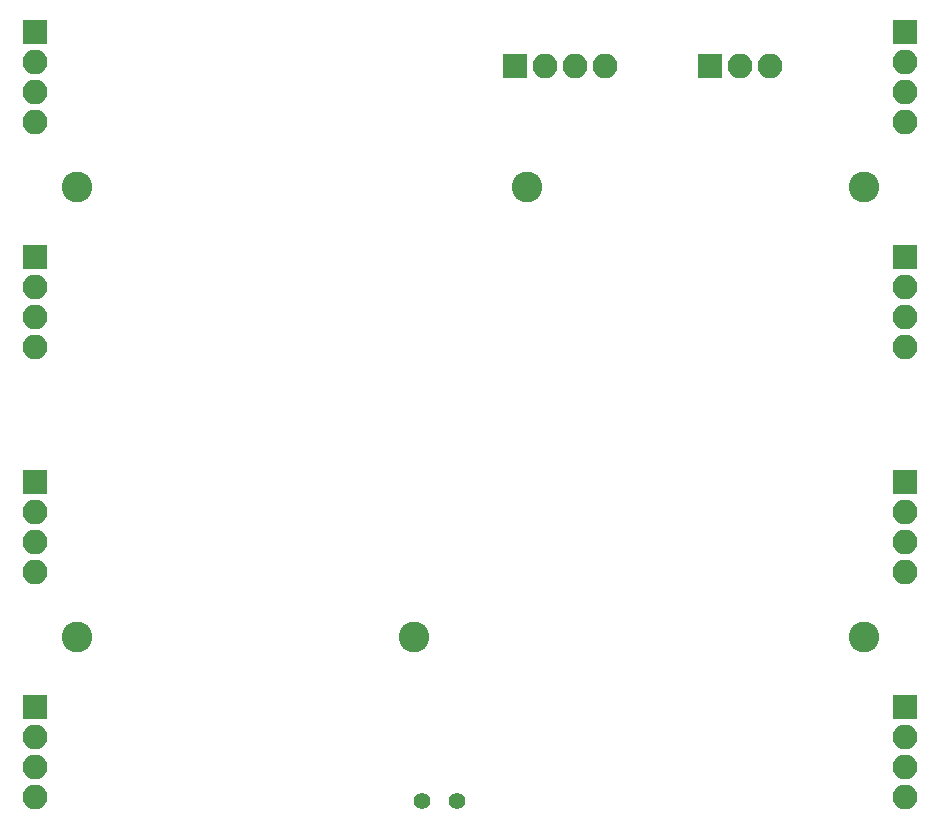
<source format=gbr>
G04 #@! TF.GenerationSoftware,KiCad,Pcbnew,(5.0.0)*
G04 #@! TF.CreationDate,2018-10-27T23:19:20-06:00*
G04 #@! TF.ProjectId,4x4_backpack,3478345F6261636B7061636B2E6B6963,rev?*
G04 #@! TF.SameCoordinates,Original*
G04 #@! TF.FileFunction,Soldermask,Bot*
G04 #@! TF.FilePolarity,Negative*
%FSLAX46Y46*%
G04 Gerber Fmt 4.6, Leading zero omitted, Abs format (unit mm)*
G04 Created by KiCad (PCBNEW (5.0.0)) date 10/27/18 23:19:20*
%MOMM*%
%LPD*%
G01*
G04 APERTURE LIST*
%ADD10R,2.100000X2.100000*%
%ADD11O,2.100000X2.100000*%
%ADD12C,2.600000*%
%ADD13C,1.400000*%
G04 APERTURE END LIST*
D10*
G04 #@! TO.C,J1*
X77470000Y-82232500D03*
D11*
X77470000Y-84772500D03*
X77470000Y-87312500D03*
X77470000Y-89852500D03*
G04 #@! TD*
G04 #@! TO.C,J2*
X77470000Y-108902500D03*
X77470000Y-106362500D03*
X77470000Y-103822500D03*
D10*
X77470000Y-101282500D03*
G04 #@! TD*
G04 #@! TO.C,J3*
X77470000Y-120332500D03*
D11*
X77470000Y-122872500D03*
X77470000Y-125412500D03*
X77470000Y-127952500D03*
G04 #@! TD*
G04 #@! TO.C,J4*
X77470000Y-147002500D03*
X77470000Y-144462500D03*
X77470000Y-141922500D03*
D10*
X77470000Y-139382500D03*
G04 #@! TD*
G04 #@! TO.C,J5*
X151130000Y-82232500D03*
D11*
X151130000Y-84772500D03*
X151130000Y-87312500D03*
X151130000Y-89852500D03*
G04 #@! TD*
G04 #@! TO.C,J6*
X151130000Y-108902500D03*
X151130000Y-106362500D03*
X151130000Y-103822500D03*
D10*
X151130000Y-101282500D03*
G04 #@! TD*
G04 #@! TO.C,J7*
X151130000Y-120332500D03*
D11*
X151130000Y-122872500D03*
X151130000Y-125412500D03*
X151130000Y-127952500D03*
G04 #@! TD*
G04 #@! TO.C,J8*
X151130000Y-147002500D03*
X151130000Y-144462500D03*
X151130000Y-141922500D03*
D10*
X151130000Y-139382500D03*
G04 #@! TD*
G04 #@! TO.C,J9*
X118110000Y-85090000D03*
D11*
X120650000Y-85090000D03*
X123190000Y-85090000D03*
X125730000Y-85090000D03*
G04 #@! TD*
D10*
G04 #@! TO.C,J10*
X134620000Y-85090000D03*
D11*
X137160000Y-85090000D03*
X139700000Y-85090000D03*
G04 #@! TD*
D12*
G04 #@! TO.C,J11*
X81026000Y-133477000D03*
G04 #@! TD*
G04 #@! TO.C,J12*
X147701000Y-95377000D03*
G04 #@! TD*
G04 #@! TO.C,J13*
X147701000Y-133477000D03*
G04 #@! TD*
G04 #@! TO.C,J14*
X109601000Y-133477000D03*
G04 #@! TD*
G04 #@! TO.C,J15*
X119126000Y-95377000D03*
G04 #@! TD*
G04 #@! TO.C,J16*
X81026000Y-95377000D03*
G04 #@! TD*
D13*
G04 #@! TO.C,SW1*
X110260000Y-147320000D03*
X113260000Y-147320000D03*
G04 #@! TD*
M02*

</source>
